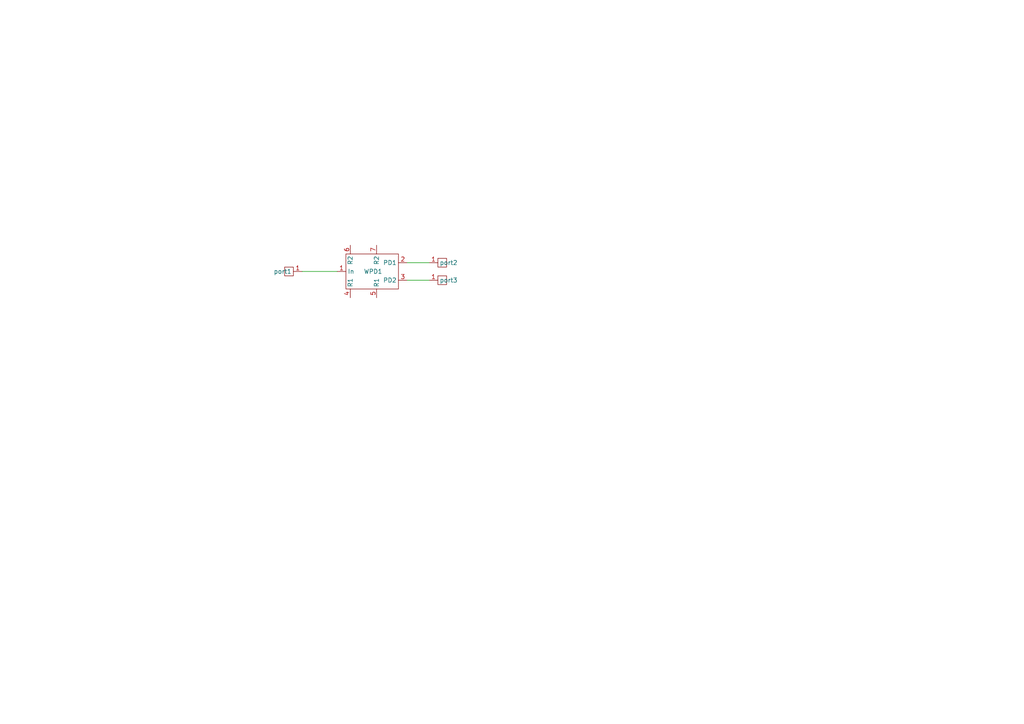
<source format=kicad_sch>
(kicad_sch (version 20250114) (generator "eeschema") (generator_version "9.0")
  (paper "A4")
  (lib_symbols
    (symbol "PDG:Port"
      (property "Reference" "U" (at 0 0 0))
      (symbol "Port_1_1"
        (rectangle (start -1.27 1.27) (end 1.27 -1.27))
        (pin input line (at -3.81 0 0) (length 2.54) (name "port1") (number "1"))
      )
    )
    (symbol "PDG:WPD_2Ring"
      (property "Reference" "WPD" (at 0 0 0))
      (symbol "WPD_2Ring_0_1"
        (rectangle (start -7.62 5.08) (end 7.62 -5.08))
      )
      (symbol "WPD_2Ring_1_1"
        (pin input line (at -10.16 0 0) (length 2.54) (name "In") (number "1"))
        (pin passive line (at -6.35 7.62 270) (length 2.54) (name "R2") (number "6"))
        (pin passive line (at -6.35 -7.62 90) (length 2.54) (name "R1") (number "4"))
        (pin passive line (at 1.27 7.62 270) (length 2.54) (name "R2") (number "7"))
        (pin passive line (at 1.27 -7.62 90) (length 2.54) (name "R1") (number "5"))
        (pin output line (at 10.16 2.54 180) (length 2.54) (name "PD1") (number "2"))
        (pin output line (at 10.16 -2.54 180) (length 2.54) (name "PD2") (number "3"))
      )
    )
    (symbol "PDG:port2"
      (property "Reference" "U" (at 0 0 0))
      (symbol "port2_0_1"
        (rectangle (start -1.27 1.27) (end 1.27 -1.27))
      )
      (symbol "port2_1_1"
        (pin output line (at -3.81 0 0) (length 2.54) (name "port2") (number "1"))
      )
    )
    (symbol "PDG:port3"
      (property "Reference" "U" (at 0 0 0))
      (symbol "port3_0_1"
        (rectangle (start -1.27 1.27) (end 1.27 -1.27))
      )
      (symbol "port3_1_1"
        (pin output line (at -3.81 0 0) (length 2.54) (name "port3") (number "1"))
      )
    )
  )
  (wire (pts (xy 118.11 76.2) (xy 124.46 76.2)))
  (wire (pts (xy 118.11 81.28) (xy 124.46 81.28)))
  (wire (pts (xy 87.63 78.74) (xy 97.79 78.74)))
  (symbol (lib_id "PDG:WPD_2Ring") (at 107.95 78.74 0) (unit 1)
    (property "Reference" "WPD1" (at 108.204 78.74 0))
    (property "Footprint" "RF_WPD:WPD_2Ring_3500" (effects (hide yes)))
    (property "Description" "Wilkinson Power Divider, 2 Ring" (effects (hide yes)))
  )
  (symbol (lib_id "PDG:port2") (at 128.27 76.2 0) (unit 1)
    (property "Reference" "U2" (effects (hide yes)))
    (property "Footprint" "RF_WPD:Pad for termination" (effects (hide yes)))
  )
  (symbol (lib_id "PDG:Port") (at 83.82 78.74 180) (unit 1)
    (property "Reference" "U3" (effects (hide yes)))
    (property "Footprint" "RF_WPD:Pad for termination" (effects (hide yes)))
  )
  (symbol (lib_id "PDG:port3") (at 128.27 81.28 0) (unit 1)
    (property "Reference" "U1" (effects (hide yes)))
    (property "Footprint" "RF_WPD:Pad for termination" (effects (hide yes)))
  )
)
</source>
